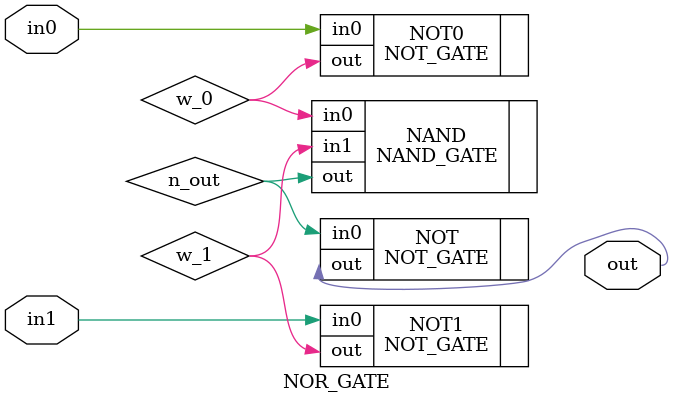
<source format=v>
module NOR_GATE(
     input wire       in0,
     input wire       in1,
     output wire       out
);
    wire w_0;
    wire w_1;
    wire n_out;
    NOT_GATE NOT0(
        .in0    (in0    ),
        .out    (w_0    )
    );
    NOT_GATE NOT1(
        .in0    (in1    ),
        .out    (w_1    )
    );
    NAND_GATE NAND(
        .in0    (w_0    ),
        .in1    (w_1    ),
        .out    (n_out    )
    );
    NOT_GATE NOT(
        .in0    (n_out    ),
        .out    (out    )
    );
endmodule

</source>
